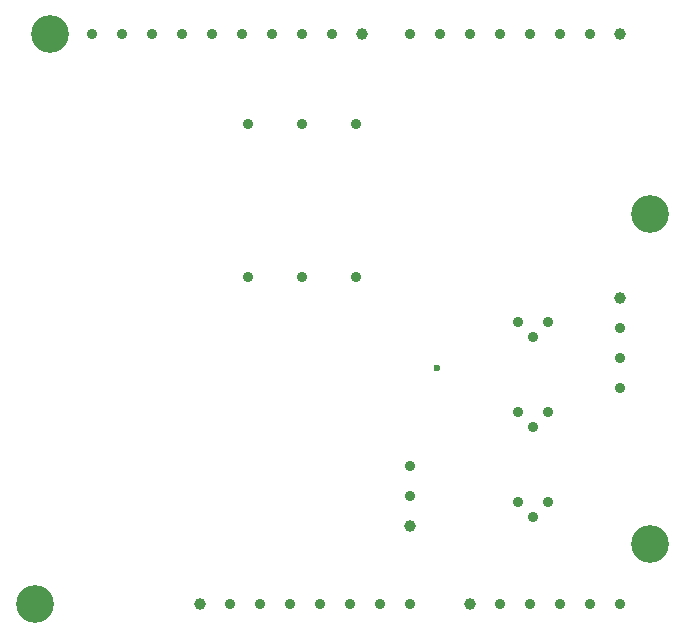
<source format=gbr>
G04 Generated by Ultiboard 14.1 *
%FSLAX34Y34*%
%MOMM*%

%ADD10C,0.0001*%
%ADD11C,3.2000*%
%ADD12C,0.8890*%
%ADD13C,0.9949*%
%ADD14C,0.6000*%
%ADD15C,0.9000*%


G04 ColorRGB 000000 for the following layer *
%LNDrill-Copper Top-Copper Bottom*%
%LPD*%
G54D11*
X660400Y355600D03*
X139700Y25400D03*
X660400Y76200D03*
X152400Y508000D03*
G54D12*
X457200Y25400D03*
X330200Y25400D03*
X304800Y25400D03*
X355600Y25400D03*
X406400Y25400D03*
X381000Y25400D03*
X431800Y25400D03*
X533400Y25400D03*
X558800Y25400D03*
X609600Y25400D03*
X584200Y25400D03*
X635000Y25400D03*
X340360Y508000D03*
X365760Y508000D03*
X391160Y508000D03*
X289560Y508000D03*
X314960Y508000D03*
X264160Y508000D03*
X213360Y508000D03*
X238760Y508000D03*
X187960Y508000D03*
X457200Y508000D03*
X584200Y508000D03*
X609600Y508000D03*
X558800Y508000D03*
X508000Y508000D03*
X533400Y508000D03*
X482600Y508000D03*
X457200Y116840D03*
X457200Y142240D03*
X635000Y233680D03*
X635000Y259080D03*
X635000Y208280D03*
X574040Y187960D03*
X561340Y175260D03*
X548640Y187960D03*
X574040Y111760D03*
X561340Y99060D03*
X548640Y111760D03*
X574040Y264160D03*
X561340Y251460D03*
X548640Y264160D03*
G54D13*
X279400Y25400D03*
X508000Y25400D03*
X416560Y508000D03*
X635000Y508000D03*
X457200Y91440D03*
X635000Y284480D03*
G54D14*
X480000Y225000D03*
G54D15*
X320040Y301800D03*
X320040Y431800D03*
X365760Y301800D03*
X365760Y431800D03*
X411480Y301800D03*
X411480Y431800D03*

M02*

</source>
